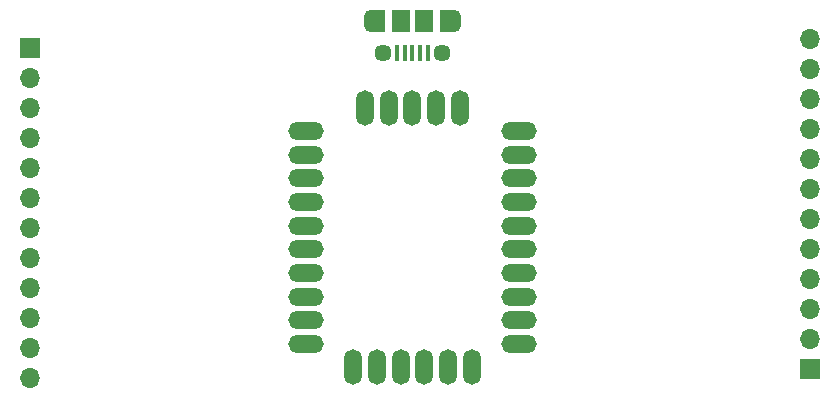
<source format=gbr>
G04 #@! TF.FileFunction,Soldermask,Bot*
%FSLAX46Y46*%
G04 Gerber Fmt 4.6, Leading zero omitted, Abs format (unit mm)*
G04 Created by KiCad (PCBNEW 4.0.4-stable) date 07/06/18 22:55:52*
%MOMM*%
%LPD*%
G01*
G04 APERTURE LIST*
%ADD10C,0.100000*%
%ADD11R,1.700000X1.700000*%
%ADD12O,1.700000X1.700000*%
%ADD13R,1.500000X1.900000*%
%ADD14C,1.450000*%
%ADD15R,0.400000X1.350000*%
%ADD16O,1.200000X1.900000*%
%ADD17R,1.200000X1.900000*%
%ADD18O,3.000000X1.500000*%
%ADD19O,1.500000X3.000000*%
G04 APERTURE END LIST*
D10*
D11*
X102620000Y-69350000D03*
D12*
X102620000Y-71890000D03*
X102620000Y-74430000D03*
X102620000Y-76970000D03*
X102620000Y-79510000D03*
X102620000Y-82050000D03*
X102620000Y-84590000D03*
X102620000Y-87130000D03*
X102620000Y-89670000D03*
X102620000Y-92210000D03*
X102620000Y-94750000D03*
X102620000Y-97290000D03*
D13*
X136000000Y-67000000D03*
D14*
X132500000Y-69700000D03*
D15*
X134350000Y-69700000D03*
X133700000Y-69700000D03*
X136300000Y-69700000D03*
X135650000Y-69700000D03*
X135000000Y-69700000D03*
D14*
X137500000Y-69700000D03*
D13*
X134000000Y-67000000D03*
D16*
X131500000Y-67000000D03*
X138500000Y-67000000D03*
D17*
X137900000Y-67000000D03*
X132100000Y-67000000D03*
D18*
X144000000Y-86350000D03*
X144000000Y-84350000D03*
X144000000Y-82350000D03*
X144000000Y-80350000D03*
X144000000Y-92350000D03*
X144000000Y-88350000D03*
X144000000Y-94350000D03*
X144000000Y-90350000D03*
X144000000Y-78350000D03*
X144000000Y-76350000D03*
D19*
X140000000Y-96350000D03*
X138000000Y-96350000D03*
X136000000Y-96350000D03*
X134000000Y-96350000D03*
X132000000Y-96350000D03*
X130000000Y-96350000D03*
D18*
X126000000Y-82350000D03*
X126000000Y-80350000D03*
X126000000Y-84350000D03*
X126000000Y-86350000D03*
X126000000Y-78350000D03*
X126000000Y-76350000D03*
X126000000Y-92350000D03*
X126000000Y-94350000D03*
X126000000Y-88350000D03*
X126000000Y-90350000D03*
D19*
X137000000Y-74350000D03*
X133000000Y-74350000D03*
X139000000Y-74350000D03*
X135000000Y-74350000D03*
X131000000Y-74350000D03*
D11*
X168620000Y-96470000D03*
D12*
X168620000Y-93930000D03*
X168620000Y-91390000D03*
X168620000Y-88850000D03*
X168620000Y-86310000D03*
X168620000Y-83770000D03*
X168620000Y-81230000D03*
X168620000Y-78690000D03*
X168620000Y-76150000D03*
X168620000Y-73610000D03*
X168620000Y-71070000D03*
X168620000Y-68530000D03*
M02*

</source>
